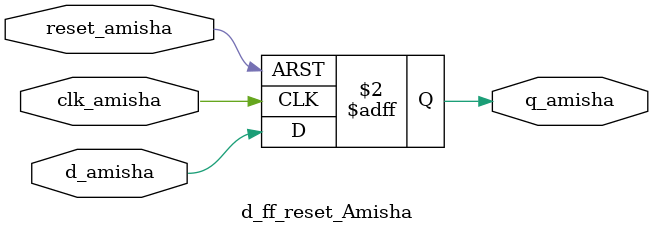
<source format=v>
`timescale 1ns / 1ps
module d_ff_reset_Amisha(
    input clk_amisha,
    input reset_amisha,
    input d_amisha,
    output reg q_amisha
    );
	 
	 always @(posedge clk_amisha, posedge reset_amisha)
	 if (reset_amisha)
	 q_amisha <= 1'b0;
	 else
	 q_amisha <= d_amisha;
endmodule

</source>
